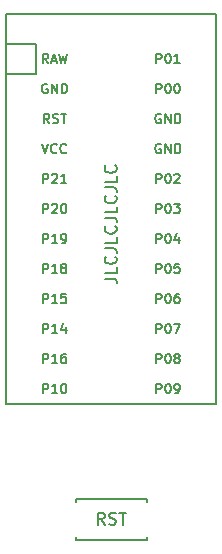
<source format=gto>
%TF.GenerationSoftware,KiCad,Pcbnew,8.0.7*%
%TF.CreationDate,2024-12-17T03:41:54-05:00*%
%TF.ProjectId,choc,63686f63-2e6b-4696-9361-645f70636258,v1.0.0*%
%TF.SameCoordinates,Original*%
%TF.FileFunction,Legend,Top*%
%TF.FilePolarity,Positive*%
%FSLAX46Y46*%
G04 Gerber Fmt 4.6, Leading zero omitted, Abs format (unit mm)*
G04 Created by KiCad (PCBNEW 8.0.7) date 2024-12-17 03:41:54*
%MOMM*%
%LPD*%
G01*
G04 APERTURE LIST*
%ADD10C,0.200000*%
%ADD11C,0.150000*%
%ADD12R,1.752600X1.752600*%
%ADD13C,1.752600*%
%ADD14C,3.800000*%
%ADD15R,1.700000X1.700000*%
%ADD16O,1.700000X1.700000*%
%ADD17C,1.700000*%
%ADD18C,1.900000*%
%ADD19C,3.000000*%
%ADD20C,3.400000*%
G04 APERTURE END LIST*
D10*
X210337119Y-153647048D02*
X211051404Y-153647048D01*
X211051404Y-153647048D02*
X211194261Y-153694667D01*
X211194261Y-153694667D02*
X211289500Y-153789905D01*
X211289500Y-153789905D02*
X211337119Y-153932762D01*
X211337119Y-153932762D02*
X211337119Y-154028000D01*
X211337119Y-152694667D02*
X211337119Y-153170857D01*
X211337119Y-153170857D02*
X210337119Y-153170857D01*
X211241880Y-151789905D02*
X211289500Y-151837524D01*
X211289500Y-151837524D02*
X211337119Y-151980381D01*
X211337119Y-151980381D02*
X211337119Y-152075619D01*
X211337119Y-152075619D02*
X211289500Y-152218476D01*
X211289500Y-152218476D02*
X211194261Y-152313714D01*
X211194261Y-152313714D02*
X211099023Y-152361333D01*
X211099023Y-152361333D02*
X210908547Y-152408952D01*
X210908547Y-152408952D02*
X210765690Y-152408952D01*
X210765690Y-152408952D02*
X210575214Y-152361333D01*
X210575214Y-152361333D02*
X210479976Y-152313714D01*
X210479976Y-152313714D02*
X210384738Y-152218476D01*
X210384738Y-152218476D02*
X210337119Y-152075619D01*
X210337119Y-152075619D02*
X210337119Y-151980381D01*
X210337119Y-151980381D02*
X210384738Y-151837524D01*
X210384738Y-151837524D02*
X210432357Y-151789905D01*
X210337119Y-151075619D02*
X211051404Y-151075619D01*
X211051404Y-151075619D02*
X211194261Y-151123238D01*
X211194261Y-151123238D02*
X211289500Y-151218476D01*
X211289500Y-151218476D02*
X211337119Y-151361333D01*
X211337119Y-151361333D02*
X211337119Y-151456571D01*
X211337119Y-150123238D02*
X211337119Y-150599428D01*
X211337119Y-150599428D02*
X210337119Y-150599428D01*
X211241880Y-149218476D02*
X211289500Y-149266095D01*
X211289500Y-149266095D02*
X211337119Y-149408952D01*
X211337119Y-149408952D02*
X211337119Y-149504190D01*
X211337119Y-149504190D02*
X211289500Y-149647047D01*
X211289500Y-149647047D02*
X211194261Y-149742285D01*
X211194261Y-149742285D02*
X211099023Y-149789904D01*
X211099023Y-149789904D02*
X210908547Y-149837523D01*
X210908547Y-149837523D02*
X210765690Y-149837523D01*
X210765690Y-149837523D02*
X210575214Y-149789904D01*
X210575214Y-149789904D02*
X210479976Y-149742285D01*
X210479976Y-149742285D02*
X210384738Y-149647047D01*
X210384738Y-149647047D02*
X210337119Y-149504190D01*
X210337119Y-149504190D02*
X210337119Y-149408952D01*
X210337119Y-149408952D02*
X210384738Y-149266095D01*
X210384738Y-149266095D02*
X210432357Y-149218476D01*
X210337119Y-148504190D02*
X211051404Y-148504190D01*
X211051404Y-148504190D02*
X211194261Y-148551809D01*
X211194261Y-148551809D02*
X211289500Y-148647047D01*
X211289500Y-148647047D02*
X211337119Y-148789904D01*
X211337119Y-148789904D02*
X211337119Y-148885142D01*
X211337119Y-147551809D02*
X211337119Y-148027999D01*
X211337119Y-148027999D02*
X210337119Y-148027999D01*
X211241880Y-146647047D02*
X211289500Y-146694666D01*
X211289500Y-146694666D02*
X211337119Y-146837523D01*
X211337119Y-146837523D02*
X211337119Y-146932761D01*
X211337119Y-146932761D02*
X211289500Y-147075618D01*
X211289500Y-147075618D02*
X211194261Y-147170856D01*
X211194261Y-147170856D02*
X211099023Y-147218475D01*
X211099023Y-147218475D02*
X210908547Y-147266094D01*
X210908547Y-147266094D02*
X210765690Y-147266094D01*
X210765690Y-147266094D02*
X210575214Y-147218475D01*
X210575214Y-147218475D02*
X210479976Y-147170856D01*
X210479976Y-147170856D02*
X210384738Y-147075618D01*
X210384738Y-147075618D02*
X210337119Y-146932761D01*
X210337119Y-146932761D02*
X210337119Y-146837523D01*
X210337119Y-146837523D02*
X210384738Y-146694666D01*
X210384738Y-146694666D02*
X210432357Y-146647047D01*
X210337119Y-145932761D02*
X211051404Y-145932761D01*
X211051404Y-145932761D02*
X211194261Y-145980380D01*
X211194261Y-145980380D02*
X211289500Y-146075618D01*
X211289500Y-146075618D02*
X211337119Y-146218475D01*
X211337119Y-146218475D02*
X211337119Y-146313713D01*
X211337119Y-144980380D02*
X211337119Y-145456570D01*
X211337119Y-145456570D02*
X210337119Y-145456570D01*
X211241880Y-144075618D02*
X211289500Y-144123237D01*
X211289500Y-144123237D02*
X211337119Y-144266094D01*
X211337119Y-144266094D02*
X211337119Y-144361332D01*
X211337119Y-144361332D02*
X211289500Y-144504189D01*
X211289500Y-144504189D02*
X211194261Y-144599427D01*
X211194261Y-144599427D02*
X211099023Y-144647046D01*
X211099023Y-144647046D02*
X210908547Y-144694665D01*
X210908547Y-144694665D02*
X210765690Y-144694665D01*
X210765690Y-144694665D02*
X210575214Y-144647046D01*
X210575214Y-144647046D02*
X210479976Y-144599427D01*
X210479976Y-144599427D02*
X210384738Y-144504189D01*
X210384738Y-144504189D02*
X210337119Y-144361332D01*
X210337119Y-144361332D02*
X210337119Y-144266094D01*
X210337119Y-144266094D02*
X210384738Y-144123237D01*
X210384738Y-144123237D02*
X210432357Y-144075618D01*
D11*
X214713487Y-163360297D02*
X214713487Y-162560297D01*
X214713487Y-162560297D02*
X215018249Y-162560297D01*
X215018249Y-162560297D02*
X215094439Y-162598392D01*
X215094439Y-162598392D02*
X215132534Y-162636487D01*
X215132534Y-162636487D02*
X215170630Y-162712678D01*
X215170630Y-162712678D02*
X215170630Y-162826963D01*
X215170630Y-162826963D02*
X215132534Y-162903154D01*
X215132534Y-162903154D02*
X215094439Y-162941249D01*
X215094439Y-162941249D02*
X215018249Y-162979344D01*
X215018249Y-162979344D02*
X214713487Y-162979344D01*
X215665868Y-162560297D02*
X215742058Y-162560297D01*
X215742058Y-162560297D02*
X215818249Y-162598392D01*
X215818249Y-162598392D02*
X215856344Y-162636487D01*
X215856344Y-162636487D02*
X215894439Y-162712678D01*
X215894439Y-162712678D02*
X215932534Y-162865059D01*
X215932534Y-162865059D02*
X215932534Y-163055535D01*
X215932534Y-163055535D02*
X215894439Y-163207916D01*
X215894439Y-163207916D02*
X215856344Y-163284106D01*
X215856344Y-163284106D02*
X215818249Y-163322202D01*
X215818249Y-163322202D02*
X215742058Y-163360297D01*
X215742058Y-163360297D02*
X215665868Y-163360297D01*
X215665868Y-163360297D02*
X215589677Y-163322202D01*
X215589677Y-163322202D02*
X215551582Y-163284106D01*
X215551582Y-163284106D02*
X215513487Y-163207916D01*
X215513487Y-163207916D02*
X215475391Y-163055535D01*
X215475391Y-163055535D02*
X215475391Y-162865059D01*
X215475391Y-162865059D02*
X215513487Y-162712678D01*
X215513487Y-162712678D02*
X215551582Y-162636487D01*
X215551582Y-162636487D02*
X215589677Y-162598392D01*
X215589677Y-162598392D02*
X215665868Y-162560297D01*
X216313487Y-163360297D02*
X216465868Y-163360297D01*
X216465868Y-163360297D02*
X216542058Y-163322202D01*
X216542058Y-163322202D02*
X216580154Y-163284106D01*
X216580154Y-163284106D02*
X216656344Y-163169821D01*
X216656344Y-163169821D02*
X216694439Y-163017440D01*
X216694439Y-163017440D02*
X216694439Y-162712678D01*
X216694439Y-162712678D02*
X216656344Y-162636487D01*
X216656344Y-162636487D02*
X216618249Y-162598392D01*
X216618249Y-162598392D02*
X216542058Y-162560297D01*
X216542058Y-162560297D02*
X216389677Y-162560297D01*
X216389677Y-162560297D02*
X216313487Y-162598392D01*
X216313487Y-162598392D02*
X216275392Y-162636487D01*
X216275392Y-162636487D02*
X216237296Y-162712678D01*
X216237296Y-162712678D02*
X216237296Y-162903154D01*
X216237296Y-162903154D02*
X216275392Y-162979344D01*
X216275392Y-162979344D02*
X216313487Y-163017440D01*
X216313487Y-163017440D02*
X216389677Y-163055535D01*
X216389677Y-163055535D02*
X216542058Y-163055535D01*
X216542058Y-163055535D02*
X216618249Y-163017440D01*
X216618249Y-163017440D02*
X216656344Y-162979344D01*
X216656344Y-162979344D02*
X216694439Y-162903154D01*
X214713486Y-153200298D02*
X214713486Y-152400298D01*
X214713486Y-152400298D02*
X215018248Y-152400298D01*
X215018248Y-152400298D02*
X215094438Y-152438393D01*
X215094438Y-152438393D02*
X215132533Y-152476488D01*
X215132533Y-152476488D02*
X215170629Y-152552679D01*
X215170629Y-152552679D02*
X215170629Y-152666964D01*
X215170629Y-152666964D02*
X215132533Y-152743155D01*
X215132533Y-152743155D02*
X215094438Y-152781250D01*
X215094438Y-152781250D02*
X215018248Y-152819345D01*
X215018248Y-152819345D02*
X214713486Y-152819345D01*
X215665867Y-152400298D02*
X215742057Y-152400298D01*
X215742057Y-152400298D02*
X215818248Y-152438393D01*
X215818248Y-152438393D02*
X215856343Y-152476488D01*
X215856343Y-152476488D02*
X215894438Y-152552679D01*
X215894438Y-152552679D02*
X215932533Y-152705060D01*
X215932533Y-152705060D02*
X215932533Y-152895536D01*
X215932533Y-152895536D02*
X215894438Y-153047917D01*
X215894438Y-153047917D02*
X215856343Y-153124107D01*
X215856343Y-153124107D02*
X215818248Y-153162203D01*
X215818248Y-153162203D02*
X215742057Y-153200298D01*
X215742057Y-153200298D02*
X215665867Y-153200298D01*
X215665867Y-153200298D02*
X215589676Y-153162203D01*
X215589676Y-153162203D02*
X215551581Y-153124107D01*
X215551581Y-153124107D02*
X215513486Y-153047917D01*
X215513486Y-153047917D02*
X215475390Y-152895536D01*
X215475390Y-152895536D02*
X215475390Y-152705060D01*
X215475390Y-152705060D02*
X215513486Y-152552679D01*
X215513486Y-152552679D02*
X215551581Y-152476488D01*
X215551581Y-152476488D02*
X215589676Y-152438393D01*
X215589676Y-152438393D02*
X215665867Y-152400298D01*
X216656343Y-152400298D02*
X216275391Y-152400298D01*
X216275391Y-152400298D02*
X216237295Y-152781250D01*
X216237295Y-152781250D02*
X216275391Y-152743155D01*
X216275391Y-152743155D02*
X216351581Y-152705060D01*
X216351581Y-152705060D02*
X216542057Y-152705060D01*
X216542057Y-152705060D02*
X216618248Y-152743155D01*
X216618248Y-152743155D02*
X216656343Y-152781250D01*
X216656343Y-152781250D02*
X216694438Y-152857441D01*
X216694438Y-152857441D02*
X216694438Y-153047917D01*
X216694438Y-153047917D02*
X216656343Y-153124107D01*
X216656343Y-153124107D02*
X216618248Y-153162203D01*
X216618248Y-153162203D02*
X216542057Y-153200298D01*
X216542057Y-153200298D02*
X216351581Y-153200298D01*
X216351581Y-153200298D02*
X216275391Y-153162203D01*
X216275391Y-153162203D02*
X216237295Y-153124107D01*
X214713486Y-150660297D02*
X214713486Y-149860297D01*
X214713486Y-149860297D02*
X215018248Y-149860297D01*
X215018248Y-149860297D02*
X215094438Y-149898392D01*
X215094438Y-149898392D02*
X215132533Y-149936487D01*
X215132533Y-149936487D02*
X215170629Y-150012678D01*
X215170629Y-150012678D02*
X215170629Y-150126963D01*
X215170629Y-150126963D02*
X215132533Y-150203154D01*
X215132533Y-150203154D02*
X215094438Y-150241249D01*
X215094438Y-150241249D02*
X215018248Y-150279344D01*
X215018248Y-150279344D02*
X214713486Y-150279344D01*
X215665867Y-149860297D02*
X215742057Y-149860297D01*
X215742057Y-149860297D02*
X215818248Y-149898392D01*
X215818248Y-149898392D02*
X215856343Y-149936487D01*
X215856343Y-149936487D02*
X215894438Y-150012678D01*
X215894438Y-150012678D02*
X215932533Y-150165059D01*
X215932533Y-150165059D02*
X215932533Y-150355535D01*
X215932533Y-150355535D02*
X215894438Y-150507916D01*
X215894438Y-150507916D02*
X215856343Y-150584106D01*
X215856343Y-150584106D02*
X215818248Y-150622202D01*
X215818248Y-150622202D02*
X215742057Y-150660297D01*
X215742057Y-150660297D02*
X215665867Y-150660297D01*
X215665867Y-150660297D02*
X215589676Y-150622202D01*
X215589676Y-150622202D02*
X215551581Y-150584106D01*
X215551581Y-150584106D02*
X215513486Y-150507916D01*
X215513486Y-150507916D02*
X215475390Y-150355535D01*
X215475390Y-150355535D02*
X215475390Y-150165059D01*
X215475390Y-150165059D02*
X215513486Y-150012678D01*
X215513486Y-150012678D02*
X215551581Y-149936487D01*
X215551581Y-149936487D02*
X215589676Y-149898392D01*
X215589676Y-149898392D02*
X215665867Y-149860297D01*
X216618248Y-150126963D02*
X216618248Y-150660297D01*
X216427772Y-149822202D02*
X216237295Y-150393630D01*
X216237295Y-150393630D02*
X216732534Y-150393630D01*
X205113486Y-155740297D02*
X205113486Y-154940297D01*
X205113486Y-154940297D02*
X205418248Y-154940297D01*
X205418248Y-154940297D02*
X205494438Y-154978392D01*
X205494438Y-154978392D02*
X205532533Y-155016487D01*
X205532533Y-155016487D02*
X205570629Y-155092678D01*
X205570629Y-155092678D02*
X205570629Y-155206963D01*
X205570629Y-155206963D02*
X205532533Y-155283154D01*
X205532533Y-155283154D02*
X205494438Y-155321249D01*
X205494438Y-155321249D02*
X205418248Y-155359344D01*
X205418248Y-155359344D02*
X205113486Y-155359344D01*
X206332533Y-155740297D02*
X205875390Y-155740297D01*
X206103962Y-155740297D02*
X206103962Y-154940297D01*
X206103962Y-154940297D02*
X206027771Y-155054582D01*
X206027771Y-155054582D02*
X205951581Y-155130773D01*
X205951581Y-155130773D02*
X205875390Y-155168868D01*
X207056343Y-154940297D02*
X206675391Y-154940297D01*
X206675391Y-154940297D02*
X206637295Y-155321249D01*
X206637295Y-155321249D02*
X206675391Y-155283154D01*
X206675391Y-155283154D02*
X206751581Y-155245059D01*
X206751581Y-155245059D02*
X206942057Y-155245059D01*
X206942057Y-155245059D02*
X207018248Y-155283154D01*
X207018248Y-155283154D02*
X207056343Y-155321249D01*
X207056343Y-155321249D02*
X207094438Y-155397440D01*
X207094438Y-155397440D02*
X207094438Y-155587916D01*
X207094438Y-155587916D02*
X207056343Y-155664106D01*
X207056343Y-155664106D02*
X207018248Y-155702202D01*
X207018248Y-155702202D02*
X206942057Y-155740297D01*
X206942057Y-155740297D02*
X206751581Y-155740297D01*
X206751581Y-155740297D02*
X206675391Y-155702202D01*
X206675391Y-155702202D02*
X206637295Y-155664106D01*
X205113486Y-153200298D02*
X205113486Y-152400298D01*
X205113486Y-152400298D02*
X205418248Y-152400298D01*
X205418248Y-152400298D02*
X205494438Y-152438393D01*
X205494438Y-152438393D02*
X205532533Y-152476488D01*
X205532533Y-152476488D02*
X205570629Y-152552679D01*
X205570629Y-152552679D02*
X205570629Y-152666964D01*
X205570629Y-152666964D02*
X205532533Y-152743155D01*
X205532533Y-152743155D02*
X205494438Y-152781250D01*
X205494438Y-152781250D02*
X205418248Y-152819345D01*
X205418248Y-152819345D02*
X205113486Y-152819345D01*
X206332533Y-153200298D02*
X205875390Y-153200298D01*
X206103962Y-153200298D02*
X206103962Y-152400298D01*
X206103962Y-152400298D02*
X206027771Y-152514583D01*
X206027771Y-152514583D02*
X205951581Y-152590774D01*
X205951581Y-152590774D02*
X205875390Y-152628869D01*
X206789676Y-152743155D02*
X206713486Y-152705060D01*
X206713486Y-152705060D02*
X206675391Y-152666964D01*
X206675391Y-152666964D02*
X206637295Y-152590774D01*
X206637295Y-152590774D02*
X206637295Y-152552679D01*
X206637295Y-152552679D02*
X206675391Y-152476488D01*
X206675391Y-152476488D02*
X206713486Y-152438393D01*
X206713486Y-152438393D02*
X206789676Y-152400298D01*
X206789676Y-152400298D02*
X206942057Y-152400298D01*
X206942057Y-152400298D02*
X207018248Y-152438393D01*
X207018248Y-152438393D02*
X207056343Y-152476488D01*
X207056343Y-152476488D02*
X207094438Y-152552679D01*
X207094438Y-152552679D02*
X207094438Y-152590774D01*
X207094438Y-152590774D02*
X207056343Y-152666964D01*
X207056343Y-152666964D02*
X207018248Y-152705060D01*
X207018248Y-152705060D02*
X206942057Y-152743155D01*
X206942057Y-152743155D02*
X206789676Y-152743155D01*
X206789676Y-152743155D02*
X206713486Y-152781250D01*
X206713486Y-152781250D02*
X206675391Y-152819345D01*
X206675391Y-152819345D02*
X206637295Y-152895536D01*
X206637295Y-152895536D02*
X206637295Y-153047917D01*
X206637295Y-153047917D02*
X206675391Y-153124107D01*
X206675391Y-153124107D02*
X206713486Y-153162203D01*
X206713486Y-153162203D02*
X206789676Y-153200298D01*
X206789676Y-153200298D02*
X206942057Y-153200298D01*
X206942057Y-153200298D02*
X207018248Y-153162203D01*
X207018248Y-153162203D02*
X207056343Y-153124107D01*
X207056343Y-153124107D02*
X207094438Y-153047917D01*
X207094438Y-153047917D02*
X207094438Y-152895536D01*
X207094438Y-152895536D02*
X207056343Y-152819345D01*
X207056343Y-152819345D02*
X207018248Y-152781250D01*
X207018248Y-152781250D02*
X206942057Y-152743155D01*
X214713486Y-160820297D02*
X214713486Y-160020297D01*
X214713486Y-160020297D02*
X215018248Y-160020297D01*
X215018248Y-160020297D02*
X215094438Y-160058392D01*
X215094438Y-160058392D02*
X215132533Y-160096487D01*
X215132533Y-160096487D02*
X215170629Y-160172678D01*
X215170629Y-160172678D02*
X215170629Y-160286963D01*
X215170629Y-160286963D02*
X215132533Y-160363154D01*
X215132533Y-160363154D02*
X215094438Y-160401249D01*
X215094438Y-160401249D02*
X215018248Y-160439344D01*
X215018248Y-160439344D02*
X214713486Y-160439344D01*
X215665867Y-160020297D02*
X215742057Y-160020297D01*
X215742057Y-160020297D02*
X215818248Y-160058392D01*
X215818248Y-160058392D02*
X215856343Y-160096487D01*
X215856343Y-160096487D02*
X215894438Y-160172678D01*
X215894438Y-160172678D02*
X215932533Y-160325059D01*
X215932533Y-160325059D02*
X215932533Y-160515535D01*
X215932533Y-160515535D02*
X215894438Y-160667916D01*
X215894438Y-160667916D02*
X215856343Y-160744106D01*
X215856343Y-160744106D02*
X215818248Y-160782202D01*
X215818248Y-160782202D02*
X215742057Y-160820297D01*
X215742057Y-160820297D02*
X215665867Y-160820297D01*
X215665867Y-160820297D02*
X215589676Y-160782202D01*
X215589676Y-160782202D02*
X215551581Y-160744106D01*
X215551581Y-160744106D02*
X215513486Y-160667916D01*
X215513486Y-160667916D02*
X215475390Y-160515535D01*
X215475390Y-160515535D02*
X215475390Y-160325059D01*
X215475390Y-160325059D02*
X215513486Y-160172678D01*
X215513486Y-160172678D02*
X215551581Y-160096487D01*
X215551581Y-160096487D02*
X215589676Y-160058392D01*
X215589676Y-160058392D02*
X215665867Y-160020297D01*
X216389676Y-160363154D02*
X216313486Y-160325059D01*
X216313486Y-160325059D02*
X216275391Y-160286963D01*
X216275391Y-160286963D02*
X216237295Y-160210773D01*
X216237295Y-160210773D02*
X216237295Y-160172678D01*
X216237295Y-160172678D02*
X216275391Y-160096487D01*
X216275391Y-160096487D02*
X216313486Y-160058392D01*
X216313486Y-160058392D02*
X216389676Y-160020297D01*
X216389676Y-160020297D02*
X216542057Y-160020297D01*
X216542057Y-160020297D02*
X216618248Y-160058392D01*
X216618248Y-160058392D02*
X216656343Y-160096487D01*
X216656343Y-160096487D02*
X216694438Y-160172678D01*
X216694438Y-160172678D02*
X216694438Y-160210773D01*
X216694438Y-160210773D02*
X216656343Y-160286963D01*
X216656343Y-160286963D02*
X216618248Y-160325059D01*
X216618248Y-160325059D02*
X216542057Y-160363154D01*
X216542057Y-160363154D02*
X216389676Y-160363154D01*
X216389676Y-160363154D02*
X216313486Y-160401249D01*
X216313486Y-160401249D02*
X216275391Y-160439344D01*
X216275391Y-160439344D02*
X216237295Y-160515535D01*
X216237295Y-160515535D02*
X216237295Y-160667916D01*
X216237295Y-160667916D02*
X216275391Y-160744106D01*
X216275391Y-160744106D02*
X216313486Y-160782202D01*
X216313486Y-160782202D02*
X216389676Y-160820297D01*
X216389676Y-160820297D02*
X216542057Y-160820297D01*
X216542057Y-160820297D02*
X216618248Y-160782202D01*
X216618248Y-160782202D02*
X216656343Y-160744106D01*
X216656343Y-160744106D02*
X216694438Y-160667916D01*
X216694438Y-160667916D02*
X216694438Y-160515535D01*
X216694438Y-160515535D02*
X216656343Y-160439344D01*
X216656343Y-160439344D02*
X216618248Y-160401249D01*
X216618248Y-160401249D02*
X216542057Y-160363154D01*
X214713485Y-158280297D02*
X214713485Y-157480297D01*
X214713485Y-157480297D02*
X215018247Y-157480297D01*
X215018247Y-157480297D02*
X215094437Y-157518392D01*
X215094437Y-157518392D02*
X215132532Y-157556487D01*
X215132532Y-157556487D02*
X215170628Y-157632678D01*
X215170628Y-157632678D02*
X215170628Y-157746963D01*
X215170628Y-157746963D02*
X215132532Y-157823154D01*
X215132532Y-157823154D02*
X215094437Y-157861249D01*
X215094437Y-157861249D02*
X215018247Y-157899344D01*
X215018247Y-157899344D02*
X214713485Y-157899344D01*
X215665866Y-157480297D02*
X215742056Y-157480297D01*
X215742056Y-157480297D02*
X215818247Y-157518392D01*
X215818247Y-157518392D02*
X215856342Y-157556487D01*
X215856342Y-157556487D02*
X215894437Y-157632678D01*
X215894437Y-157632678D02*
X215932532Y-157785059D01*
X215932532Y-157785059D02*
X215932532Y-157975535D01*
X215932532Y-157975535D02*
X215894437Y-158127916D01*
X215894437Y-158127916D02*
X215856342Y-158204106D01*
X215856342Y-158204106D02*
X215818247Y-158242202D01*
X215818247Y-158242202D02*
X215742056Y-158280297D01*
X215742056Y-158280297D02*
X215665866Y-158280297D01*
X215665866Y-158280297D02*
X215589675Y-158242202D01*
X215589675Y-158242202D02*
X215551580Y-158204106D01*
X215551580Y-158204106D02*
X215513485Y-158127916D01*
X215513485Y-158127916D02*
X215475389Y-157975535D01*
X215475389Y-157975535D02*
X215475389Y-157785059D01*
X215475389Y-157785059D02*
X215513485Y-157632678D01*
X215513485Y-157632678D02*
X215551580Y-157556487D01*
X215551580Y-157556487D02*
X215589675Y-157518392D01*
X215589675Y-157518392D02*
X215665866Y-157480297D01*
X216199199Y-157480297D02*
X216732533Y-157480297D01*
X216732533Y-157480297D02*
X216389675Y-158280297D01*
X205646821Y-140500297D02*
X205380154Y-140119344D01*
X205189678Y-140500297D02*
X205189678Y-139700297D01*
X205189678Y-139700297D02*
X205494440Y-139700297D01*
X205494440Y-139700297D02*
X205570630Y-139738392D01*
X205570630Y-139738392D02*
X205608725Y-139776487D01*
X205608725Y-139776487D02*
X205646821Y-139852678D01*
X205646821Y-139852678D02*
X205646821Y-139966963D01*
X205646821Y-139966963D02*
X205608725Y-140043154D01*
X205608725Y-140043154D02*
X205570630Y-140081249D01*
X205570630Y-140081249D02*
X205494440Y-140119344D01*
X205494440Y-140119344D02*
X205189678Y-140119344D01*
X205951582Y-140462202D02*
X206065868Y-140500297D01*
X206065868Y-140500297D02*
X206256344Y-140500297D01*
X206256344Y-140500297D02*
X206332535Y-140462202D01*
X206332535Y-140462202D02*
X206370630Y-140424106D01*
X206370630Y-140424106D02*
X206408725Y-140347916D01*
X206408725Y-140347916D02*
X206408725Y-140271725D01*
X206408725Y-140271725D02*
X206370630Y-140195535D01*
X206370630Y-140195535D02*
X206332535Y-140157440D01*
X206332535Y-140157440D02*
X206256344Y-140119344D01*
X206256344Y-140119344D02*
X206103963Y-140081249D01*
X206103963Y-140081249D02*
X206027773Y-140043154D01*
X206027773Y-140043154D02*
X205989678Y-140005059D01*
X205989678Y-140005059D02*
X205951582Y-139928868D01*
X205951582Y-139928868D02*
X205951582Y-139852678D01*
X205951582Y-139852678D02*
X205989678Y-139776487D01*
X205989678Y-139776487D02*
X206027773Y-139738392D01*
X206027773Y-139738392D02*
X206103963Y-139700297D01*
X206103963Y-139700297D02*
X206294440Y-139700297D01*
X206294440Y-139700297D02*
X206408725Y-139738392D01*
X206637297Y-139700297D02*
X207094440Y-139700297D01*
X206865868Y-140500297D02*
X206865868Y-139700297D01*
X205113486Y-148120297D02*
X205113486Y-147320297D01*
X205113486Y-147320297D02*
X205418248Y-147320297D01*
X205418248Y-147320297D02*
X205494438Y-147358392D01*
X205494438Y-147358392D02*
X205532533Y-147396487D01*
X205532533Y-147396487D02*
X205570629Y-147472678D01*
X205570629Y-147472678D02*
X205570629Y-147586963D01*
X205570629Y-147586963D02*
X205532533Y-147663154D01*
X205532533Y-147663154D02*
X205494438Y-147701249D01*
X205494438Y-147701249D02*
X205418248Y-147739344D01*
X205418248Y-147739344D02*
X205113486Y-147739344D01*
X205875390Y-147396487D02*
X205913486Y-147358392D01*
X205913486Y-147358392D02*
X205989676Y-147320297D01*
X205989676Y-147320297D02*
X206180152Y-147320297D01*
X206180152Y-147320297D02*
X206256343Y-147358392D01*
X206256343Y-147358392D02*
X206294438Y-147396487D01*
X206294438Y-147396487D02*
X206332533Y-147472678D01*
X206332533Y-147472678D02*
X206332533Y-147548868D01*
X206332533Y-147548868D02*
X206294438Y-147663154D01*
X206294438Y-147663154D02*
X205837295Y-148120297D01*
X205837295Y-148120297D02*
X206332533Y-148120297D01*
X206827772Y-147320297D02*
X206903962Y-147320297D01*
X206903962Y-147320297D02*
X206980153Y-147358392D01*
X206980153Y-147358392D02*
X207018248Y-147396487D01*
X207018248Y-147396487D02*
X207056343Y-147472678D01*
X207056343Y-147472678D02*
X207094438Y-147625059D01*
X207094438Y-147625059D02*
X207094438Y-147815535D01*
X207094438Y-147815535D02*
X207056343Y-147967916D01*
X207056343Y-147967916D02*
X207018248Y-148044106D01*
X207018248Y-148044106D02*
X206980153Y-148082202D01*
X206980153Y-148082202D02*
X206903962Y-148120297D01*
X206903962Y-148120297D02*
X206827772Y-148120297D01*
X206827772Y-148120297D02*
X206751581Y-148082202D01*
X206751581Y-148082202D02*
X206713486Y-148044106D01*
X206713486Y-148044106D02*
X206675391Y-147967916D01*
X206675391Y-147967916D02*
X206637295Y-147815535D01*
X206637295Y-147815535D02*
X206637295Y-147625059D01*
X206637295Y-147625059D02*
X206675391Y-147472678D01*
X206675391Y-147472678D02*
X206713486Y-147396487D01*
X206713486Y-147396487D02*
X206751581Y-147358392D01*
X206751581Y-147358392D02*
X206827772Y-147320297D01*
X214713486Y-145580296D02*
X214713486Y-144780296D01*
X214713486Y-144780296D02*
X215018248Y-144780296D01*
X215018248Y-144780296D02*
X215094438Y-144818391D01*
X215094438Y-144818391D02*
X215132533Y-144856486D01*
X215132533Y-144856486D02*
X215170629Y-144932677D01*
X215170629Y-144932677D02*
X215170629Y-145046962D01*
X215170629Y-145046962D02*
X215132533Y-145123153D01*
X215132533Y-145123153D02*
X215094438Y-145161248D01*
X215094438Y-145161248D02*
X215018248Y-145199343D01*
X215018248Y-145199343D02*
X214713486Y-145199343D01*
X215665867Y-144780296D02*
X215742057Y-144780296D01*
X215742057Y-144780296D02*
X215818248Y-144818391D01*
X215818248Y-144818391D02*
X215856343Y-144856486D01*
X215856343Y-144856486D02*
X215894438Y-144932677D01*
X215894438Y-144932677D02*
X215932533Y-145085058D01*
X215932533Y-145085058D02*
X215932533Y-145275534D01*
X215932533Y-145275534D02*
X215894438Y-145427915D01*
X215894438Y-145427915D02*
X215856343Y-145504105D01*
X215856343Y-145504105D02*
X215818248Y-145542201D01*
X215818248Y-145542201D02*
X215742057Y-145580296D01*
X215742057Y-145580296D02*
X215665867Y-145580296D01*
X215665867Y-145580296D02*
X215589676Y-145542201D01*
X215589676Y-145542201D02*
X215551581Y-145504105D01*
X215551581Y-145504105D02*
X215513486Y-145427915D01*
X215513486Y-145427915D02*
X215475390Y-145275534D01*
X215475390Y-145275534D02*
X215475390Y-145085058D01*
X215475390Y-145085058D02*
X215513486Y-144932677D01*
X215513486Y-144932677D02*
X215551581Y-144856486D01*
X215551581Y-144856486D02*
X215589676Y-144818391D01*
X215589676Y-144818391D02*
X215665867Y-144780296D01*
X216237295Y-144856486D02*
X216275391Y-144818391D01*
X216275391Y-144818391D02*
X216351581Y-144780296D01*
X216351581Y-144780296D02*
X216542057Y-144780296D01*
X216542057Y-144780296D02*
X216618248Y-144818391D01*
X216618248Y-144818391D02*
X216656343Y-144856486D01*
X216656343Y-144856486D02*
X216694438Y-144932677D01*
X216694438Y-144932677D02*
X216694438Y-145008867D01*
X216694438Y-145008867D02*
X216656343Y-145123153D01*
X216656343Y-145123153D02*
X216199200Y-145580296D01*
X216199200Y-145580296D02*
X216694438Y-145580296D01*
X215075390Y-139738392D02*
X214999200Y-139700297D01*
X214999200Y-139700297D02*
X214884914Y-139700297D01*
X214884914Y-139700297D02*
X214770628Y-139738392D01*
X214770628Y-139738392D02*
X214694438Y-139814582D01*
X214694438Y-139814582D02*
X214656343Y-139890773D01*
X214656343Y-139890773D02*
X214618247Y-140043154D01*
X214618247Y-140043154D02*
X214618247Y-140157440D01*
X214618247Y-140157440D02*
X214656343Y-140309821D01*
X214656343Y-140309821D02*
X214694438Y-140386011D01*
X214694438Y-140386011D02*
X214770628Y-140462202D01*
X214770628Y-140462202D02*
X214884914Y-140500297D01*
X214884914Y-140500297D02*
X214961105Y-140500297D01*
X214961105Y-140500297D02*
X215075390Y-140462202D01*
X215075390Y-140462202D02*
X215113486Y-140424106D01*
X215113486Y-140424106D02*
X215113486Y-140157440D01*
X215113486Y-140157440D02*
X214961105Y-140157440D01*
X215456343Y-140500297D02*
X215456343Y-139700297D01*
X215456343Y-139700297D02*
X215913486Y-140500297D01*
X215913486Y-140500297D02*
X215913486Y-139700297D01*
X216294438Y-140500297D02*
X216294438Y-139700297D01*
X216294438Y-139700297D02*
X216484914Y-139700297D01*
X216484914Y-139700297D02*
X216599200Y-139738392D01*
X216599200Y-139738392D02*
X216675390Y-139814582D01*
X216675390Y-139814582D02*
X216713485Y-139890773D01*
X216713485Y-139890773D02*
X216751581Y-140043154D01*
X216751581Y-140043154D02*
X216751581Y-140157440D01*
X216751581Y-140157440D02*
X216713485Y-140309821D01*
X216713485Y-140309821D02*
X216675390Y-140386011D01*
X216675390Y-140386011D02*
X216599200Y-140462202D01*
X216599200Y-140462202D02*
X216484914Y-140500297D01*
X216484914Y-140500297D02*
X216294438Y-140500297D01*
X205113487Y-158280297D02*
X205113487Y-157480297D01*
X205113487Y-157480297D02*
X205418249Y-157480297D01*
X205418249Y-157480297D02*
X205494439Y-157518392D01*
X205494439Y-157518392D02*
X205532534Y-157556487D01*
X205532534Y-157556487D02*
X205570630Y-157632678D01*
X205570630Y-157632678D02*
X205570630Y-157746963D01*
X205570630Y-157746963D02*
X205532534Y-157823154D01*
X205532534Y-157823154D02*
X205494439Y-157861249D01*
X205494439Y-157861249D02*
X205418249Y-157899344D01*
X205418249Y-157899344D02*
X205113487Y-157899344D01*
X206332534Y-158280297D02*
X205875391Y-158280297D01*
X206103963Y-158280297D02*
X206103963Y-157480297D01*
X206103963Y-157480297D02*
X206027772Y-157594582D01*
X206027772Y-157594582D02*
X205951582Y-157670773D01*
X205951582Y-157670773D02*
X205875391Y-157708868D01*
X207018249Y-157746963D02*
X207018249Y-158280297D01*
X206827773Y-157442202D02*
X206637296Y-158013630D01*
X206637296Y-158013630D02*
X207132535Y-158013630D01*
X205113486Y-145580296D02*
X205113486Y-144780296D01*
X205113486Y-144780296D02*
X205418248Y-144780296D01*
X205418248Y-144780296D02*
X205494438Y-144818391D01*
X205494438Y-144818391D02*
X205532533Y-144856486D01*
X205532533Y-144856486D02*
X205570629Y-144932677D01*
X205570629Y-144932677D02*
X205570629Y-145046962D01*
X205570629Y-145046962D02*
X205532533Y-145123153D01*
X205532533Y-145123153D02*
X205494438Y-145161248D01*
X205494438Y-145161248D02*
X205418248Y-145199343D01*
X205418248Y-145199343D02*
X205113486Y-145199343D01*
X205875390Y-144856486D02*
X205913486Y-144818391D01*
X205913486Y-144818391D02*
X205989676Y-144780296D01*
X205989676Y-144780296D02*
X206180152Y-144780296D01*
X206180152Y-144780296D02*
X206256343Y-144818391D01*
X206256343Y-144818391D02*
X206294438Y-144856486D01*
X206294438Y-144856486D02*
X206332533Y-144932677D01*
X206332533Y-144932677D02*
X206332533Y-145008867D01*
X206332533Y-145008867D02*
X206294438Y-145123153D01*
X206294438Y-145123153D02*
X205837295Y-145580296D01*
X205837295Y-145580296D02*
X206332533Y-145580296D01*
X207094438Y-145580296D02*
X206637295Y-145580296D01*
X206865867Y-145580296D02*
X206865867Y-144780296D01*
X206865867Y-144780296D02*
X206789676Y-144894581D01*
X206789676Y-144894581D02*
X206713486Y-144970772D01*
X206713486Y-144970772D02*
X206637295Y-145008867D01*
X205475391Y-137198392D02*
X205399201Y-137160297D01*
X205399201Y-137160297D02*
X205284915Y-137160297D01*
X205284915Y-137160297D02*
X205170629Y-137198392D01*
X205170629Y-137198392D02*
X205094439Y-137274582D01*
X205094439Y-137274582D02*
X205056344Y-137350773D01*
X205056344Y-137350773D02*
X205018248Y-137503154D01*
X205018248Y-137503154D02*
X205018248Y-137617440D01*
X205018248Y-137617440D02*
X205056344Y-137769821D01*
X205056344Y-137769821D02*
X205094439Y-137846011D01*
X205094439Y-137846011D02*
X205170629Y-137922202D01*
X205170629Y-137922202D02*
X205284915Y-137960297D01*
X205284915Y-137960297D02*
X205361106Y-137960297D01*
X205361106Y-137960297D02*
X205475391Y-137922202D01*
X205475391Y-137922202D02*
X205513487Y-137884106D01*
X205513487Y-137884106D02*
X205513487Y-137617440D01*
X205513487Y-137617440D02*
X205361106Y-137617440D01*
X205856344Y-137960297D02*
X205856344Y-137160297D01*
X205856344Y-137160297D02*
X206313487Y-137960297D01*
X206313487Y-137960297D02*
X206313487Y-137160297D01*
X206694439Y-137960297D02*
X206694439Y-137160297D01*
X206694439Y-137160297D02*
X206884915Y-137160297D01*
X206884915Y-137160297D02*
X206999201Y-137198392D01*
X206999201Y-137198392D02*
X207075391Y-137274582D01*
X207075391Y-137274582D02*
X207113486Y-137350773D01*
X207113486Y-137350773D02*
X207151582Y-137503154D01*
X207151582Y-137503154D02*
X207151582Y-137617440D01*
X207151582Y-137617440D02*
X207113486Y-137769821D01*
X207113486Y-137769821D02*
X207075391Y-137846011D01*
X207075391Y-137846011D02*
X206999201Y-137922202D01*
X206999201Y-137922202D02*
X206884915Y-137960297D01*
X206884915Y-137960297D02*
X206694439Y-137960297D01*
X205113486Y-150660297D02*
X205113486Y-149860297D01*
X205113486Y-149860297D02*
X205418248Y-149860297D01*
X205418248Y-149860297D02*
X205494438Y-149898392D01*
X205494438Y-149898392D02*
X205532533Y-149936487D01*
X205532533Y-149936487D02*
X205570629Y-150012678D01*
X205570629Y-150012678D02*
X205570629Y-150126963D01*
X205570629Y-150126963D02*
X205532533Y-150203154D01*
X205532533Y-150203154D02*
X205494438Y-150241249D01*
X205494438Y-150241249D02*
X205418248Y-150279344D01*
X205418248Y-150279344D02*
X205113486Y-150279344D01*
X206332533Y-150660297D02*
X205875390Y-150660297D01*
X206103962Y-150660297D02*
X206103962Y-149860297D01*
X206103962Y-149860297D02*
X206027771Y-149974582D01*
X206027771Y-149974582D02*
X205951581Y-150050773D01*
X205951581Y-150050773D02*
X205875390Y-150088868D01*
X206713486Y-150660297D02*
X206865867Y-150660297D01*
X206865867Y-150660297D02*
X206942057Y-150622202D01*
X206942057Y-150622202D02*
X206980153Y-150584106D01*
X206980153Y-150584106D02*
X207056343Y-150469821D01*
X207056343Y-150469821D02*
X207094438Y-150317440D01*
X207094438Y-150317440D02*
X207094438Y-150012678D01*
X207094438Y-150012678D02*
X207056343Y-149936487D01*
X207056343Y-149936487D02*
X207018248Y-149898392D01*
X207018248Y-149898392D02*
X206942057Y-149860297D01*
X206942057Y-149860297D02*
X206789676Y-149860297D01*
X206789676Y-149860297D02*
X206713486Y-149898392D01*
X206713486Y-149898392D02*
X206675391Y-149936487D01*
X206675391Y-149936487D02*
X206637295Y-150012678D01*
X206637295Y-150012678D02*
X206637295Y-150203154D01*
X206637295Y-150203154D02*
X206675391Y-150279344D01*
X206675391Y-150279344D02*
X206713486Y-150317440D01*
X206713486Y-150317440D02*
X206789676Y-150355535D01*
X206789676Y-150355535D02*
X206942057Y-150355535D01*
X206942057Y-150355535D02*
X207018248Y-150317440D01*
X207018248Y-150317440D02*
X207056343Y-150279344D01*
X207056343Y-150279344D02*
X207094438Y-150203154D01*
X205018248Y-142240297D02*
X205284915Y-143040297D01*
X205284915Y-143040297D02*
X205551581Y-142240297D01*
X206275391Y-142964106D02*
X206237295Y-143002202D01*
X206237295Y-143002202D02*
X206123010Y-143040297D01*
X206123010Y-143040297D02*
X206046819Y-143040297D01*
X206046819Y-143040297D02*
X205932533Y-143002202D01*
X205932533Y-143002202D02*
X205856343Y-142926011D01*
X205856343Y-142926011D02*
X205818248Y-142849821D01*
X205818248Y-142849821D02*
X205780152Y-142697440D01*
X205780152Y-142697440D02*
X205780152Y-142583154D01*
X205780152Y-142583154D02*
X205818248Y-142430773D01*
X205818248Y-142430773D02*
X205856343Y-142354582D01*
X205856343Y-142354582D02*
X205932533Y-142278392D01*
X205932533Y-142278392D02*
X206046819Y-142240297D01*
X206046819Y-142240297D02*
X206123010Y-142240297D01*
X206123010Y-142240297D02*
X206237295Y-142278392D01*
X206237295Y-142278392D02*
X206275391Y-142316487D01*
X207075391Y-142964106D02*
X207037295Y-143002202D01*
X207037295Y-143002202D02*
X206923010Y-143040297D01*
X206923010Y-143040297D02*
X206846819Y-143040297D01*
X206846819Y-143040297D02*
X206732533Y-143002202D01*
X206732533Y-143002202D02*
X206656343Y-142926011D01*
X206656343Y-142926011D02*
X206618248Y-142849821D01*
X206618248Y-142849821D02*
X206580152Y-142697440D01*
X206580152Y-142697440D02*
X206580152Y-142583154D01*
X206580152Y-142583154D02*
X206618248Y-142430773D01*
X206618248Y-142430773D02*
X206656343Y-142354582D01*
X206656343Y-142354582D02*
X206732533Y-142278392D01*
X206732533Y-142278392D02*
X206846819Y-142240297D01*
X206846819Y-142240297D02*
X206923010Y-142240297D01*
X206923010Y-142240297D02*
X207037295Y-142278392D01*
X207037295Y-142278392D02*
X207075391Y-142316487D01*
X214713486Y-148120297D02*
X214713486Y-147320297D01*
X214713486Y-147320297D02*
X215018248Y-147320297D01*
X215018248Y-147320297D02*
X215094438Y-147358392D01*
X215094438Y-147358392D02*
X215132533Y-147396487D01*
X215132533Y-147396487D02*
X215170629Y-147472678D01*
X215170629Y-147472678D02*
X215170629Y-147586963D01*
X215170629Y-147586963D02*
X215132533Y-147663154D01*
X215132533Y-147663154D02*
X215094438Y-147701249D01*
X215094438Y-147701249D02*
X215018248Y-147739344D01*
X215018248Y-147739344D02*
X214713486Y-147739344D01*
X215665867Y-147320297D02*
X215742057Y-147320297D01*
X215742057Y-147320297D02*
X215818248Y-147358392D01*
X215818248Y-147358392D02*
X215856343Y-147396487D01*
X215856343Y-147396487D02*
X215894438Y-147472678D01*
X215894438Y-147472678D02*
X215932533Y-147625059D01*
X215932533Y-147625059D02*
X215932533Y-147815535D01*
X215932533Y-147815535D02*
X215894438Y-147967916D01*
X215894438Y-147967916D02*
X215856343Y-148044106D01*
X215856343Y-148044106D02*
X215818248Y-148082202D01*
X215818248Y-148082202D02*
X215742057Y-148120297D01*
X215742057Y-148120297D02*
X215665867Y-148120297D01*
X215665867Y-148120297D02*
X215589676Y-148082202D01*
X215589676Y-148082202D02*
X215551581Y-148044106D01*
X215551581Y-148044106D02*
X215513486Y-147967916D01*
X215513486Y-147967916D02*
X215475390Y-147815535D01*
X215475390Y-147815535D02*
X215475390Y-147625059D01*
X215475390Y-147625059D02*
X215513486Y-147472678D01*
X215513486Y-147472678D02*
X215551581Y-147396487D01*
X215551581Y-147396487D02*
X215589676Y-147358392D01*
X215589676Y-147358392D02*
X215665867Y-147320297D01*
X216199200Y-147320297D02*
X216694438Y-147320297D01*
X216694438Y-147320297D02*
X216427772Y-147625059D01*
X216427772Y-147625059D02*
X216542057Y-147625059D01*
X216542057Y-147625059D02*
X216618248Y-147663154D01*
X216618248Y-147663154D02*
X216656343Y-147701249D01*
X216656343Y-147701249D02*
X216694438Y-147777440D01*
X216694438Y-147777440D02*
X216694438Y-147967916D01*
X216694438Y-147967916D02*
X216656343Y-148044106D01*
X216656343Y-148044106D02*
X216618248Y-148082202D01*
X216618248Y-148082202D02*
X216542057Y-148120297D01*
X216542057Y-148120297D02*
X216313486Y-148120297D01*
X216313486Y-148120297D02*
X216237295Y-148082202D01*
X216237295Y-148082202D02*
X216199200Y-148044106D01*
X205532533Y-135420297D02*
X205265866Y-135039344D01*
X205075390Y-135420297D02*
X205075390Y-134620297D01*
X205075390Y-134620297D02*
X205380152Y-134620297D01*
X205380152Y-134620297D02*
X205456342Y-134658392D01*
X205456342Y-134658392D02*
X205494437Y-134696487D01*
X205494437Y-134696487D02*
X205532533Y-134772678D01*
X205532533Y-134772678D02*
X205532533Y-134886963D01*
X205532533Y-134886963D02*
X205494437Y-134963154D01*
X205494437Y-134963154D02*
X205456342Y-135001249D01*
X205456342Y-135001249D02*
X205380152Y-135039344D01*
X205380152Y-135039344D02*
X205075390Y-135039344D01*
X205837294Y-135191725D02*
X206218247Y-135191725D01*
X205761104Y-135420297D02*
X206027771Y-134620297D01*
X206027771Y-134620297D02*
X206294437Y-135420297D01*
X206484913Y-134620297D02*
X206675389Y-135420297D01*
X206675389Y-135420297D02*
X206827770Y-134848868D01*
X206827770Y-134848868D02*
X206980151Y-135420297D01*
X206980151Y-135420297D02*
X207170628Y-134620297D01*
X214713486Y-155740297D02*
X214713486Y-154940297D01*
X214713486Y-154940297D02*
X215018248Y-154940297D01*
X215018248Y-154940297D02*
X215094438Y-154978392D01*
X215094438Y-154978392D02*
X215132533Y-155016487D01*
X215132533Y-155016487D02*
X215170629Y-155092678D01*
X215170629Y-155092678D02*
X215170629Y-155206963D01*
X215170629Y-155206963D02*
X215132533Y-155283154D01*
X215132533Y-155283154D02*
X215094438Y-155321249D01*
X215094438Y-155321249D02*
X215018248Y-155359344D01*
X215018248Y-155359344D02*
X214713486Y-155359344D01*
X215665867Y-154940297D02*
X215742057Y-154940297D01*
X215742057Y-154940297D02*
X215818248Y-154978392D01*
X215818248Y-154978392D02*
X215856343Y-155016487D01*
X215856343Y-155016487D02*
X215894438Y-155092678D01*
X215894438Y-155092678D02*
X215932533Y-155245059D01*
X215932533Y-155245059D02*
X215932533Y-155435535D01*
X215932533Y-155435535D02*
X215894438Y-155587916D01*
X215894438Y-155587916D02*
X215856343Y-155664106D01*
X215856343Y-155664106D02*
X215818248Y-155702202D01*
X215818248Y-155702202D02*
X215742057Y-155740297D01*
X215742057Y-155740297D02*
X215665867Y-155740297D01*
X215665867Y-155740297D02*
X215589676Y-155702202D01*
X215589676Y-155702202D02*
X215551581Y-155664106D01*
X215551581Y-155664106D02*
X215513486Y-155587916D01*
X215513486Y-155587916D02*
X215475390Y-155435535D01*
X215475390Y-155435535D02*
X215475390Y-155245059D01*
X215475390Y-155245059D02*
X215513486Y-155092678D01*
X215513486Y-155092678D02*
X215551581Y-155016487D01*
X215551581Y-155016487D02*
X215589676Y-154978392D01*
X215589676Y-154978392D02*
X215665867Y-154940297D01*
X216618248Y-154940297D02*
X216465867Y-154940297D01*
X216465867Y-154940297D02*
X216389676Y-154978392D01*
X216389676Y-154978392D02*
X216351581Y-155016487D01*
X216351581Y-155016487D02*
X216275391Y-155130773D01*
X216275391Y-155130773D02*
X216237295Y-155283154D01*
X216237295Y-155283154D02*
X216237295Y-155587916D01*
X216237295Y-155587916D02*
X216275391Y-155664106D01*
X216275391Y-155664106D02*
X216313486Y-155702202D01*
X216313486Y-155702202D02*
X216389676Y-155740297D01*
X216389676Y-155740297D02*
X216542057Y-155740297D01*
X216542057Y-155740297D02*
X216618248Y-155702202D01*
X216618248Y-155702202D02*
X216656343Y-155664106D01*
X216656343Y-155664106D02*
X216694438Y-155587916D01*
X216694438Y-155587916D02*
X216694438Y-155397440D01*
X216694438Y-155397440D02*
X216656343Y-155321249D01*
X216656343Y-155321249D02*
X216618248Y-155283154D01*
X216618248Y-155283154D02*
X216542057Y-155245059D01*
X216542057Y-155245059D02*
X216389676Y-155245059D01*
X216389676Y-155245059D02*
X216313486Y-155283154D01*
X216313486Y-155283154D02*
X216275391Y-155321249D01*
X216275391Y-155321249D02*
X216237295Y-155397440D01*
X205113488Y-163360297D02*
X205113488Y-162560297D01*
X205113488Y-162560297D02*
X205418250Y-162560297D01*
X205418250Y-162560297D02*
X205494440Y-162598392D01*
X205494440Y-162598392D02*
X205532535Y-162636487D01*
X205532535Y-162636487D02*
X205570631Y-162712678D01*
X205570631Y-162712678D02*
X205570631Y-162826963D01*
X205570631Y-162826963D02*
X205532535Y-162903154D01*
X205532535Y-162903154D02*
X205494440Y-162941249D01*
X205494440Y-162941249D02*
X205418250Y-162979344D01*
X205418250Y-162979344D02*
X205113488Y-162979344D01*
X206332535Y-163360297D02*
X205875392Y-163360297D01*
X206103964Y-163360297D02*
X206103964Y-162560297D01*
X206103964Y-162560297D02*
X206027773Y-162674582D01*
X206027773Y-162674582D02*
X205951583Y-162750773D01*
X205951583Y-162750773D02*
X205875392Y-162788868D01*
X206827774Y-162560297D02*
X206903964Y-162560297D01*
X206903964Y-162560297D02*
X206980155Y-162598392D01*
X206980155Y-162598392D02*
X207018250Y-162636487D01*
X207018250Y-162636487D02*
X207056345Y-162712678D01*
X207056345Y-162712678D02*
X207094440Y-162865059D01*
X207094440Y-162865059D02*
X207094440Y-163055535D01*
X207094440Y-163055535D02*
X207056345Y-163207916D01*
X207056345Y-163207916D02*
X207018250Y-163284106D01*
X207018250Y-163284106D02*
X206980155Y-163322202D01*
X206980155Y-163322202D02*
X206903964Y-163360297D01*
X206903964Y-163360297D02*
X206827774Y-163360297D01*
X206827774Y-163360297D02*
X206751583Y-163322202D01*
X206751583Y-163322202D02*
X206713488Y-163284106D01*
X206713488Y-163284106D02*
X206675393Y-163207916D01*
X206675393Y-163207916D02*
X206637297Y-163055535D01*
X206637297Y-163055535D02*
X206637297Y-162865059D01*
X206637297Y-162865059D02*
X206675393Y-162712678D01*
X206675393Y-162712678D02*
X206713488Y-162636487D01*
X206713488Y-162636487D02*
X206751583Y-162598392D01*
X206751583Y-162598392D02*
X206827774Y-162560297D01*
X205113486Y-160820297D02*
X205113486Y-160020297D01*
X205113486Y-160020297D02*
X205418248Y-160020297D01*
X205418248Y-160020297D02*
X205494438Y-160058392D01*
X205494438Y-160058392D02*
X205532533Y-160096487D01*
X205532533Y-160096487D02*
X205570629Y-160172678D01*
X205570629Y-160172678D02*
X205570629Y-160286963D01*
X205570629Y-160286963D02*
X205532533Y-160363154D01*
X205532533Y-160363154D02*
X205494438Y-160401249D01*
X205494438Y-160401249D02*
X205418248Y-160439344D01*
X205418248Y-160439344D02*
X205113486Y-160439344D01*
X206332533Y-160820297D02*
X205875390Y-160820297D01*
X206103962Y-160820297D02*
X206103962Y-160020297D01*
X206103962Y-160020297D02*
X206027771Y-160134582D01*
X206027771Y-160134582D02*
X205951581Y-160210773D01*
X205951581Y-160210773D02*
X205875390Y-160248868D01*
X207018248Y-160020297D02*
X206865867Y-160020297D01*
X206865867Y-160020297D02*
X206789676Y-160058392D01*
X206789676Y-160058392D02*
X206751581Y-160096487D01*
X206751581Y-160096487D02*
X206675391Y-160210773D01*
X206675391Y-160210773D02*
X206637295Y-160363154D01*
X206637295Y-160363154D02*
X206637295Y-160667916D01*
X206637295Y-160667916D02*
X206675391Y-160744106D01*
X206675391Y-160744106D02*
X206713486Y-160782202D01*
X206713486Y-160782202D02*
X206789676Y-160820297D01*
X206789676Y-160820297D02*
X206942057Y-160820297D01*
X206942057Y-160820297D02*
X207018248Y-160782202D01*
X207018248Y-160782202D02*
X207056343Y-160744106D01*
X207056343Y-160744106D02*
X207094438Y-160667916D01*
X207094438Y-160667916D02*
X207094438Y-160477440D01*
X207094438Y-160477440D02*
X207056343Y-160401249D01*
X207056343Y-160401249D02*
X207018248Y-160363154D01*
X207018248Y-160363154D02*
X206942057Y-160325059D01*
X206942057Y-160325059D02*
X206789676Y-160325059D01*
X206789676Y-160325059D02*
X206713486Y-160363154D01*
X206713486Y-160363154D02*
X206675391Y-160401249D01*
X206675391Y-160401249D02*
X206637295Y-160477440D01*
X215075391Y-142278392D02*
X214999201Y-142240297D01*
X214999201Y-142240297D02*
X214884915Y-142240297D01*
X214884915Y-142240297D02*
X214770629Y-142278392D01*
X214770629Y-142278392D02*
X214694439Y-142354582D01*
X214694439Y-142354582D02*
X214656344Y-142430773D01*
X214656344Y-142430773D02*
X214618248Y-142583154D01*
X214618248Y-142583154D02*
X214618248Y-142697440D01*
X214618248Y-142697440D02*
X214656344Y-142849821D01*
X214656344Y-142849821D02*
X214694439Y-142926011D01*
X214694439Y-142926011D02*
X214770629Y-143002202D01*
X214770629Y-143002202D02*
X214884915Y-143040297D01*
X214884915Y-143040297D02*
X214961106Y-143040297D01*
X214961106Y-143040297D02*
X215075391Y-143002202D01*
X215075391Y-143002202D02*
X215113487Y-142964106D01*
X215113487Y-142964106D02*
X215113487Y-142697440D01*
X215113487Y-142697440D02*
X214961106Y-142697440D01*
X215456344Y-143040297D02*
X215456344Y-142240297D01*
X215456344Y-142240297D02*
X215913487Y-143040297D01*
X215913487Y-143040297D02*
X215913487Y-142240297D01*
X216294439Y-143040297D02*
X216294439Y-142240297D01*
X216294439Y-142240297D02*
X216484915Y-142240297D01*
X216484915Y-142240297D02*
X216599201Y-142278392D01*
X216599201Y-142278392D02*
X216675391Y-142354582D01*
X216675391Y-142354582D02*
X216713486Y-142430773D01*
X216713486Y-142430773D02*
X216751582Y-142583154D01*
X216751582Y-142583154D02*
X216751582Y-142697440D01*
X216751582Y-142697440D02*
X216713486Y-142849821D01*
X216713486Y-142849821D02*
X216675391Y-142926011D01*
X216675391Y-142926011D02*
X216599201Y-143002202D01*
X216599201Y-143002202D02*
X216484915Y-143040297D01*
X216484915Y-143040297D02*
X216294439Y-143040297D01*
X214713486Y-137960297D02*
X214713486Y-137160297D01*
X214713486Y-137160297D02*
X215018248Y-137160297D01*
X215018248Y-137160297D02*
X215094438Y-137198392D01*
X215094438Y-137198392D02*
X215132533Y-137236487D01*
X215132533Y-137236487D02*
X215170629Y-137312678D01*
X215170629Y-137312678D02*
X215170629Y-137426963D01*
X215170629Y-137426963D02*
X215132533Y-137503154D01*
X215132533Y-137503154D02*
X215094438Y-137541249D01*
X215094438Y-137541249D02*
X215018248Y-137579344D01*
X215018248Y-137579344D02*
X214713486Y-137579344D01*
X215665867Y-137160297D02*
X215742057Y-137160297D01*
X215742057Y-137160297D02*
X215818248Y-137198392D01*
X215818248Y-137198392D02*
X215856343Y-137236487D01*
X215856343Y-137236487D02*
X215894438Y-137312678D01*
X215894438Y-137312678D02*
X215932533Y-137465059D01*
X215932533Y-137465059D02*
X215932533Y-137655535D01*
X215932533Y-137655535D02*
X215894438Y-137807916D01*
X215894438Y-137807916D02*
X215856343Y-137884106D01*
X215856343Y-137884106D02*
X215818248Y-137922202D01*
X215818248Y-137922202D02*
X215742057Y-137960297D01*
X215742057Y-137960297D02*
X215665867Y-137960297D01*
X215665867Y-137960297D02*
X215589676Y-137922202D01*
X215589676Y-137922202D02*
X215551581Y-137884106D01*
X215551581Y-137884106D02*
X215513486Y-137807916D01*
X215513486Y-137807916D02*
X215475390Y-137655535D01*
X215475390Y-137655535D02*
X215475390Y-137465059D01*
X215475390Y-137465059D02*
X215513486Y-137312678D01*
X215513486Y-137312678D02*
X215551581Y-137236487D01*
X215551581Y-137236487D02*
X215589676Y-137198392D01*
X215589676Y-137198392D02*
X215665867Y-137160297D01*
X216427772Y-137160297D02*
X216503962Y-137160297D01*
X216503962Y-137160297D02*
X216580153Y-137198392D01*
X216580153Y-137198392D02*
X216618248Y-137236487D01*
X216618248Y-137236487D02*
X216656343Y-137312678D01*
X216656343Y-137312678D02*
X216694438Y-137465059D01*
X216694438Y-137465059D02*
X216694438Y-137655535D01*
X216694438Y-137655535D02*
X216656343Y-137807916D01*
X216656343Y-137807916D02*
X216618248Y-137884106D01*
X216618248Y-137884106D02*
X216580153Y-137922202D01*
X216580153Y-137922202D02*
X216503962Y-137960297D01*
X216503962Y-137960297D02*
X216427772Y-137960297D01*
X216427772Y-137960297D02*
X216351581Y-137922202D01*
X216351581Y-137922202D02*
X216313486Y-137884106D01*
X216313486Y-137884106D02*
X216275391Y-137807916D01*
X216275391Y-137807916D02*
X216237295Y-137655535D01*
X216237295Y-137655535D02*
X216237295Y-137465059D01*
X216237295Y-137465059D02*
X216275391Y-137312678D01*
X216275391Y-137312678D02*
X216313486Y-137236487D01*
X216313486Y-137236487D02*
X216351581Y-137198392D01*
X216351581Y-137198392D02*
X216427772Y-137160297D01*
X214713484Y-135420297D02*
X214713484Y-134620297D01*
X214713484Y-134620297D02*
X215018246Y-134620297D01*
X215018246Y-134620297D02*
X215094436Y-134658392D01*
X215094436Y-134658392D02*
X215132531Y-134696487D01*
X215132531Y-134696487D02*
X215170627Y-134772678D01*
X215170627Y-134772678D02*
X215170627Y-134886963D01*
X215170627Y-134886963D02*
X215132531Y-134963154D01*
X215132531Y-134963154D02*
X215094436Y-135001249D01*
X215094436Y-135001249D02*
X215018246Y-135039344D01*
X215018246Y-135039344D02*
X214713484Y-135039344D01*
X215665865Y-134620297D02*
X215742055Y-134620297D01*
X215742055Y-134620297D02*
X215818246Y-134658392D01*
X215818246Y-134658392D02*
X215856341Y-134696487D01*
X215856341Y-134696487D02*
X215894436Y-134772678D01*
X215894436Y-134772678D02*
X215932531Y-134925059D01*
X215932531Y-134925059D02*
X215932531Y-135115535D01*
X215932531Y-135115535D02*
X215894436Y-135267916D01*
X215894436Y-135267916D02*
X215856341Y-135344106D01*
X215856341Y-135344106D02*
X215818246Y-135382202D01*
X215818246Y-135382202D02*
X215742055Y-135420297D01*
X215742055Y-135420297D02*
X215665865Y-135420297D01*
X215665865Y-135420297D02*
X215589674Y-135382202D01*
X215589674Y-135382202D02*
X215551579Y-135344106D01*
X215551579Y-135344106D02*
X215513484Y-135267916D01*
X215513484Y-135267916D02*
X215475388Y-135115535D01*
X215475388Y-135115535D02*
X215475388Y-134925059D01*
X215475388Y-134925059D02*
X215513484Y-134772678D01*
X215513484Y-134772678D02*
X215551579Y-134696487D01*
X215551579Y-134696487D02*
X215589674Y-134658392D01*
X215589674Y-134658392D02*
X215665865Y-134620297D01*
X216694436Y-135420297D02*
X216237293Y-135420297D01*
X216465865Y-135420297D02*
X216465865Y-134620297D01*
X216465865Y-134620297D02*
X216389674Y-134734582D01*
X216389674Y-134734582D02*
X216313484Y-134810773D01*
X216313484Y-134810773D02*
X216237293Y-134848868D01*
X210337304Y-174482819D02*
X210003971Y-174006628D01*
X209765876Y-174482819D02*
X209765876Y-173482819D01*
X209765876Y-173482819D02*
X210146828Y-173482819D01*
X210146828Y-173482819D02*
X210242066Y-173530438D01*
X210242066Y-173530438D02*
X210289685Y-173578057D01*
X210289685Y-173578057D02*
X210337304Y-173673295D01*
X210337304Y-173673295D02*
X210337304Y-173816152D01*
X210337304Y-173816152D02*
X210289685Y-173911390D01*
X210289685Y-173911390D02*
X210242066Y-173959009D01*
X210242066Y-173959009D02*
X210146828Y-174006628D01*
X210146828Y-174006628D02*
X209765876Y-174006628D01*
X210718257Y-174435200D02*
X210861114Y-174482819D01*
X210861114Y-174482819D02*
X211099209Y-174482819D01*
X211099209Y-174482819D02*
X211194447Y-174435200D01*
X211194447Y-174435200D02*
X211242066Y-174387580D01*
X211242066Y-174387580D02*
X211289685Y-174292342D01*
X211289685Y-174292342D02*
X211289685Y-174197104D01*
X211289685Y-174197104D02*
X211242066Y-174101866D01*
X211242066Y-174101866D02*
X211194447Y-174054247D01*
X211194447Y-174054247D02*
X211099209Y-174006628D01*
X211099209Y-174006628D02*
X210908733Y-173959009D01*
X210908733Y-173959009D02*
X210813495Y-173911390D01*
X210813495Y-173911390D02*
X210765876Y-173863771D01*
X210765876Y-173863771D02*
X210718257Y-173768533D01*
X210718257Y-173768533D02*
X210718257Y-173673295D01*
X210718257Y-173673295D02*
X210765876Y-173578057D01*
X210765876Y-173578057D02*
X210813495Y-173530438D01*
X210813495Y-173530438D02*
X210908733Y-173482819D01*
X210908733Y-173482819D02*
X211146828Y-173482819D01*
X211146828Y-173482819D02*
X211289685Y-173530438D01*
X211575400Y-173482819D02*
X212146828Y-173482819D01*
X211861114Y-174482819D02*
X211861114Y-173482819D01*
%TO.C,MCU1*%
X201994914Y-131248002D02*
X201994913Y-164268001D01*
X201994913Y-164268001D02*
X219774916Y-164268002D01*
X204534915Y-136328002D02*
X201994912Y-136328002D01*
X204534916Y-133788002D02*
X201994914Y-133788002D01*
X204534916Y-133788002D02*
X204534915Y-136328002D01*
X219774914Y-131248002D02*
X201994914Y-131248002D01*
X219774916Y-164268002D02*
X219774914Y-131248002D01*
%TO.C,RST1*%
X207884924Y-175778001D02*
X207884923Y-175527999D01*
X207884925Y-172277999D02*
X207884923Y-172528001D01*
X213884923Y-175778001D02*
X207884924Y-175778001D01*
X213884923Y-175778001D02*
X213884925Y-175527999D01*
X213884924Y-172277999D02*
X207884925Y-172277999D01*
X213884924Y-172277999D02*
X213884925Y-172528001D01*
%TD*%
D12*
%TO.C,MCU1*%
X203264915Y-135058001D03*
D13*
X203264916Y-137598002D03*
X203264915Y-140138002D03*
X203264913Y-142678002D03*
X203264916Y-145218003D03*
X203264912Y-147758003D03*
X203264915Y-150298002D03*
X203264917Y-152838001D03*
X203264915Y-155378003D03*
X203264915Y-157918002D03*
X203264913Y-160458002D03*
X203264915Y-162998003D03*
X218504915Y-135058001D03*
X218504917Y-137598002D03*
X218504915Y-140138002D03*
X218504915Y-142678001D03*
X218504913Y-145218003D03*
X218504915Y-147758002D03*
X218504918Y-150298001D03*
X218504914Y-152838001D03*
X218504917Y-155378002D03*
X218504915Y-157918002D03*
X218504914Y-160458002D03*
X218504915Y-162998003D03*
%TD*%
%LPC*%
D14*
%TO.C,H8*%
X251208949Y-122113582D03*
%TD*%
%TO.C,H7*%
X319210129Y-97576074D03*
%TD*%
%TO.C,H2*%
X102559716Y-97576077D03*
%TD*%
%TO.C,H3*%
X88190698Y-128390536D03*
%TD*%
D15*
%TO.C,OLED1*%
X214684919Y-166427996D03*
D16*
X212144922Y-166427995D03*
X209604921Y-166427997D03*
X207064921Y-166427995D03*
%TD*%
D14*
%TO.C,H1*%
X171617436Y-119847816D03*
%TD*%
D12*
%TO.C,MCU1*%
X203264915Y-135058001D03*
D13*
X203264916Y-137598002D03*
X203264915Y-140138002D03*
X203264913Y-142678002D03*
X203264916Y-145218003D03*
X203264912Y-147758003D03*
X203264915Y-150298002D03*
X203264917Y-152838001D03*
X203264915Y-155378003D03*
X203264915Y-157918002D03*
X203264913Y-160458002D03*
X203264915Y-162998003D03*
X218504915Y-135058001D03*
X218504917Y-137598002D03*
X218504915Y-140138002D03*
X218504915Y-142678001D03*
X218504913Y-145218003D03*
X218504915Y-147758002D03*
X218504918Y-150298001D03*
X218504914Y-152838001D03*
X218504917Y-155378002D03*
X218504915Y-157918002D03*
X218504914Y-160458002D03*
X218504915Y-162998003D03*
%TD*%
D14*
%TO.C,H5*%
X272762472Y-168335281D03*
%TD*%
D17*
%TO.C,RST1*%
X207634924Y-174028002D03*
X214134924Y-174027998D03*
%TD*%
D14*
%TO.C,H4*%
X150063909Y-166069519D03*
%TD*%
%TO.C,H6*%
X333579144Y-128390538D03*
%TD*%
D18*
%TO.C,S38*%
X311097342Y-157079704D03*
D19*
X313567456Y-149362773D03*
D20*
X316082035Y-154755304D03*
D19*
X319028752Y-149243558D03*
D18*
X321066728Y-152430904D03*
%TD*%
%TO.C,S2*%
X78641487Y-114558955D03*
D19*
X86140758Y-111490825D03*
D20*
X83626180Y-116883355D03*
D19*
X89742537Y-115597793D03*
D18*
X88610873Y-119207755D03*
%TD*%
%TO.C,S21*%
X147699212Y-136830697D03*
D19*
X155198483Y-133762567D03*
D20*
X152683905Y-139155097D03*
D19*
X158800262Y-137869535D03*
D18*
X157668598Y-141479497D03*
%TD*%
%TO.C,S30*%
X340343477Y-134614991D03*
D19*
X342813591Y-126898060D03*
D20*
X345328170Y-132290591D03*
D19*
X348274887Y-126778845D03*
D18*
X350312863Y-129966191D03*
%TD*%
%TO.C,S6*%
X94955025Y-122166084D03*
D19*
X102454296Y-119097954D03*
D20*
X99939718Y-124490484D03*
D19*
X106056075Y-123204922D03*
D18*
X104924411Y-126814884D03*
%TD*%
%TO.C,S5*%
X87770519Y-137573317D03*
D19*
X95269790Y-134505187D03*
D20*
X92755212Y-139897717D03*
D19*
X98871569Y-138612155D03*
D18*
X97739905Y-142222117D03*
%TD*%
%TO.C,S57*%
X262749709Y-187236805D03*
D19*
X262008212Y-179168177D03*
D20*
X266429927Y-183149507D03*
D19*
X266988789Y-176924542D03*
D18*
X270110145Y-179062209D03*
%TD*%
%TO.C,S58*%
X245138017Y-193407550D03*
D20*
X249643352Y-196562221D03*
D19*
X253056133Y-191688267D03*
X255890025Y-196358283D03*
D18*
X254148687Y-199716892D03*
%TD*%
%TO.C,S17*%
X139626727Y-111550569D03*
D19*
X147125998Y-108482439D03*
D20*
X144611420Y-113874969D03*
D19*
X150727777Y-112589407D03*
D18*
X149596113Y-116199369D03*
%TD*%
%TO.C,S49*%
X271285755Y-156886733D03*
D19*
X273755869Y-149169802D03*
D20*
X276270448Y-154562333D03*
D19*
X279217165Y-149050587D03*
D18*
X281255141Y-152237933D03*
%TD*%
%TO.C,S45*%
X279358239Y-131606600D03*
D19*
X281828353Y-123889669D03*
D20*
X284342932Y-129282200D03*
D19*
X287289649Y-123770454D03*
D18*
X289327625Y-126957800D03*
%TD*%
%TO.C,S28*%
X151659690Y-179062218D03*
D20*
X155339908Y-183149515D03*
D19*
X159761621Y-179168189D03*
X161472353Y-184355999D03*
D18*
X159020126Y-187236812D03*
%TD*%
%TO.C,S35*%
X316845424Y-126814885D03*
D19*
X319315538Y-119097954D03*
D20*
X321830117Y-124490485D03*
D19*
X324776834Y-118978739D03*
D18*
X326814810Y-122166085D03*
%TD*%
%TO.C,S40*%
X296728323Y-126265244D03*
D19*
X299198437Y-118548313D03*
D20*
X301713016Y-123940844D03*
D19*
X304659733Y-118429098D03*
D18*
X306697709Y-121616444D03*
%TD*%
%TO.C,S50*%
X264101242Y-141479503D03*
D19*
X266571356Y-133762572D03*
D20*
X269085935Y-139155103D03*
D19*
X272032652Y-133643357D03*
D18*
X274070628Y-136830703D03*
%TD*%
%TO.C,S44*%
X286542748Y-147013834D03*
D19*
X289012862Y-139296903D03*
D20*
X291527441Y-144689434D03*
D19*
X294474158Y-139177688D03*
D18*
X296512134Y-142365034D03*
%TD*%
%TO.C,S18*%
X146811235Y-96143337D03*
D19*
X154310506Y-93075207D03*
D20*
X151795928Y-98467737D03*
D19*
X157912285Y-97182175D03*
D18*
X156780621Y-100792137D03*
%TD*%
%TO.C,S8*%
X109324049Y-91351616D03*
D19*
X116823320Y-88283486D03*
D20*
X114308742Y-93676016D03*
D19*
X120425099Y-92390454D03*
D18*
X119293435Y-96000416D03*
%TD*%
%TO.C,S23*%
X162068230Y-106016235D03*
D19*
X169567501Y-102948105D03*
D20*
X167052923Y-108340635D03*
D19*
X173169280Y-107055073D03*
D18*
X172037616Y-110665035D03*
%TD*%
%TO.C,S56*%
X234475227Y-120537934D03*
D19*
X236945341Y-112821003D03*
D20*
X239459920Y-118213534D03*
D19*
X242406637Y-112701788D03*
D18*
X244444613Y-115889134D03*
%TD*%
%TO.C,S41*%
X289543815Y-110858008D03*
D19*
X292013929Y-103141077D03*
D20*
X294528508Y-108533608D03*
D19*
X297475225Y-103021862D03*
D18*
X299513201Y-106209208D03*
%TD*%
%TO.C,S4*%
X93010505Y-83744487D03*
D19*
X100509776Y-80676357D03*
D20*
X97995198Y-86068887D03*
D19*
X104111555Y-84783325D03*
D18*
X102979891Y-88393287D03*
%TD*%
%TO.C,S51*%
X256916728Y-126072273D03*
D19*
X259386842Y-118355342D03*
D20*
X261901421Y-123747873D03*
D19*
X264848138Y-118236127D03*
D18*
X266886114Y-121423473D03*
%TD*%
%TO.C,S22*%
X154883721Y-121423467D03*
D19*
X162382992Y-118355337D03*
D20*
X159868414Y-123747867D03*
D19*
X165984771Y-122462305D03*
D18*
X164853107Y-126072267D03*
%TD*%
%TO.C,S19*%
X133330185Y-167645166D03*
D19*
X140829456Y-164577036D03*
D20*
X138314878Y-169969566D03*
D19*
X144431235Y-168684004D03*
D18*
X143299571Y-172293966D03*
%TD*%
%TO.C,S16*%
X132442217Y-126957805D03*
D19*
X139941488Y-123889675D03*
D20*
X137426910Y-129282205D03*
D19*
X143543267Y-127996643D03*
D18*
X142411603Y-131606605D03*
%TD*%
%TO.C,S9*%
X100703114Y-152430912D03*
D19*
X108202385Y-149362782D03*
D20*
X105687807Y-154755312D03*
D19*
X111804164Y-153469750D03*
D18*
X110672500Y-157079712D03*
%TD*%
%TO.C,S26*%
X170140712Y-131296365D03*
D19*
X177639983Y-128228235D03*
D20*
X175125405Y-133620765D03*
D19*
X181241762Y-132335203D03*
D18*
X180110098Y-135945165D03*
%TD*%
%TO.C,S29*%
X167621150Y-199716896D03*
D19*
X168713703Y-191688271D03*
D20*
X172126485Y-196562225D03*
D19*
X174071334Y-190622524D03*
D18*
X176631820Y-193407554D03*
%TD*%
%TO.C,S39*%
X303912835Y-141672473D03*
D19*
X306382949Y-133955542D03*
D20*
X308897528Y-139348073D03*
D19*
X311844245Y-133836327D03*
D18*
X313882221Y-137023673D03*
%TD*%
%TO.C,S34*%
X324029938Y-142222112D03*
D19*
X326500052Y-134505181D03*
D20*
X329014631Y-139897712D03*
D19*
X331961348Y-134385966D03*
D18*
X333999324Y-137573312D03*
%TD*%
%TO.C,S25*%
X162956207Y-146703601D03*
D19*
X170455478Y-143635471D03*
D20*
X167940900Y-149028001D03*
D19*
X174057257Y-147742439D03*
D18*
X172925593Y-151352401D03*
%TD*%
%TO.C,S42*%
X282359299Y-95450780D03*
D19*
X284829413Y-87733849D03*
D20*
X287343992Y-93126380D03*
D19*
X290290709Y-87614634D03*
D18*
X292328685Y-90801980D03*
%TD*%
%TO.C,S52*%
X249732220Y-110665040D03*
D19*
X252202334Y-102948109D03*
D20*
X254716913Y-108340640D03*
D19*
X257663630Y-102828894D03*
D18*
X259701606Y-106016240D03*
%TD*%
%TO.C,S32*%
X325974455Y-103800527D03*
D19*
X328444569Y-96083596D03*
D20*
X330959148Y-101476127D03*
D19*
X333905865Y-95964381D03*
D18*
X335943841Y-99151727D03*
%TD*%
%TO.C,S24*%
X155771692Y-162110834D03*
D19*
X163270963Y-159042704D03*
D20*
X160756385Y-164435234D03*
D19*
X166872742Y-163149672D03*
D18*
X165741078Y-166759634D03*
%TD*%
%TO.C,S47*%
X264989214Y-100792133D03*
D19*
X267459328Y-93075202D03*
D20*
X269973907Y-98467733D03*
D19*
X272920624Y-92955987D03*
D18*
X274958600Y-96143333D03*
%TD*%
%TO.C,S53*%
X256028764Y-166759626D03*
D19*
X258498878Y-159042695D03*
D20*
X261013457Y-164435226D03*
D19*
X263960174Y-158923480D03*
D18*
X265998150Y-162110826D03*
%TD*%
%TO.C,S12*%
X122256645Y-106209210D03*
D19*
X129755916Y-103141080D03*
D20*
X127241338Y-108533610D03*
D19*
X133357695Y-107248048D03*
D18*
X132226031Y-110858010D03*
%TD*%
%TO.C,S11*%
X115072130Y-121616442D03*
D19*
X122571401Y-118548312D03*
D20*
X120056823Y-123940842D03*
D19*
X126173180Y-122655280D03*
D18*
X125041516Y-126265242D03*
%TD*%
%TO.C,S37*%
X302476402Y-96000423D03*
D19*
X304946516Y-88283492D03*
D20*
X307461095Y-93676023D03*
D19*
X310407812Y-88164277D03*
D18*
X312445788Y-91351623D03*
%TD*%
%TO.C,S3*%
X85825995Y-99151727D03*
D19*
X93325266Y-96083597D03*
D20*
X90810688Y-101476127D03*
D19*
X96927045Y-100190565D03*
D18*
X95795381Y-103800527D03*
%TD*%
%TO.C,S15*%
X125257703Y-142365030D03*
D19*
X132756974Y-139296900D03*
D20*
X130242396Y-144689430D03*
D19*
X136358753Y-143403868D03*
D18*
X135227089Y-147013830D03*
%TD*%
%TO.C,S43*%
X293727252Y-162421068D03*
D19*
X296197366Y-154704137D03*
D20*
X298711945Y-160096668D03*
D19*
X301658662Y-154584922D03*
D18*
X303696638Y-157772268D03*
%TD*%
%TO.C,S1*%
X71456980Y-129966190D03*
D19*
X78956251Y-126898060D03*
D20*
X76441673Y-132290590D03*
D19*
X82558030Y-131005028D03*
D18*
X81426366Y-134614990D03*
%TD*%
%TO.C,S14*%
X118073193Y-157772274D03*
D19*
X125572464Y-154704144D03*
D20*
X123057886Y-160096674D03*
D19*
X129174243Y-158811112D03*
D18*
X128042579Y-162421074D03*
%TD*%
%TO.C,S55*%
X241659736Y-135945163D03*
D19*
X244129850Y-128228232D03*
D20*
X246644429Y-133620763D03*
D19*
X249591146Y-128109017D03*
D18*
X251629122Y-131296363D03*
%TD*%
%TO.C,S27*%
X177325226Y-115889141D03*
D19*
X184824497Y-112821011D03*
D20*
X182309919Y-118213541D03*
D19*
X188426276Y-116927979D03*
D18*
X187294612Y-120537941D03*
%TD*%
%TO.C,S36*%
X309660917Y-111407645D03*
D19*
X312131031Y-103690714D03*
D20*
X314645610Y-109083245D03*
D19*
X317592327Y-103571499D03*
D18*
X319630303Y-106758845D03*
%TD*%
%TO.C,S54*%
X248844249Y-151352399D03*
D19*
X251314363Y-143635468D03*
D20*
X253828942Y-149027999D03*
D19*
X256775659Y-143516253D03*
D18*
X258813635Y-146703599D03*
%TD*%
%TO.C,S46*%
X272173726Y-116199367D03*
D19*
X274643840Y-108482436D03*
D20*
X277158419Y-113874967D03*
D19*
X280105136Y-108363221D03*
D18*
X282143112Y-111550567D03*
%TD*%
%TO.C,S33*%
X318789951Y-88393294D03*
D19*
X321260065Y-80676363D03*
D20*
X323774644Y-86068894D03*
D19*
X326721361Y-80557148D03*
D18*
X328759337Y-83744494D03*
%TD*%
%TO.C,S20*%
X140514706Y-152237935D03*
D19*
X148013977Y-149169805D03*
D20*
X145499399Y-154562335D03*
D19*
X151615756Y-153276773D03*
D18*
X150484092Y-156886735D03*
%TD*%
%TO.C,S7*%
X102139541Y-106758854D03*
D19*
X109638812Y-103690724D03*
D20*
X107124234Y-109083254D03*
D19*
X113240591Y-107797692D03*
D18*
X112108927Y-111407654D03*
%TD*%
%TO.C,S10*%
X107887620Y-137023680D03*
D19*
X115386891Y-133955550D03*
D20*
X112872313Y-139348080D03*
D19*
X118988670Y-138062518D03*
D18*
X117857006Y-141672480D03*
%TD*%
%TO.C,S31*%
X333158965Y-119207758D03*
D19*
X335629079Y-111490827D03*
D20*
X338143658Y-116883358D03*
D19*
X341090375Y-111371612D03*
D18*
X343128351Y-114558958D03*
%TD*%
%TO.C,S48*%
X278470263Y-172293965D03*
D19*
X280940377Y-164577034D03*
D20*
X283454956Y-169969565D03*
D19*
X286401673Y-164457819D03*
D18*
X288439649Y-167645165D03*
%TD*%
%TO.C,S13*%
X129441150Y-90801974D03*
D19*
X136940421Y-87733844D03*
D20*
X134425843Y-93126374D03*
D19*
X140542200Y-91840812D03*
D18*
X139410536Y-95450774D03*
%TD*%
%LPD*%
M02*

</source>
